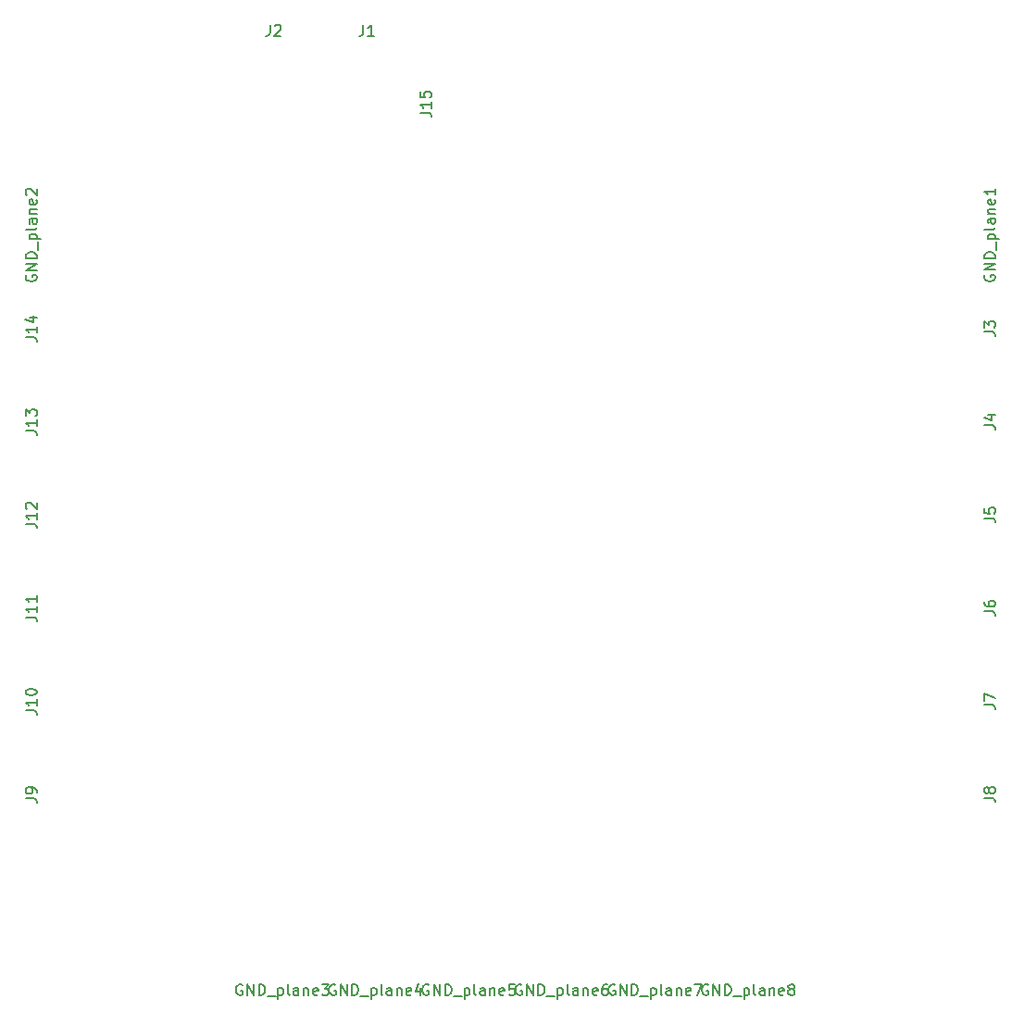
<source format=gbr>
%TF.GenerationSoftware,KiCad,Pcbnew,8.0.4*%
%TF.CreationDate,2025-01-14T19:01:53-06:00*%
%TF.ProjectId,DynaControllersquare,44796e61-436f-46e7-9472-6f6c6c657273,rev?*%
%TF.SameCoordinates,Original*%
%TF.FileFunction,Other,Comment*%
%FSLAX46Y46*%
G04 Gerber Fmt 4.6, Leading zero omitted, Abs format (unit mm)*
G04 Created by KiCad (PCBNEW 8.0.4) date 2025-01-14 19:01:53*
%MOMM*%
%LPD*%
G01*
G04 APERTURE LIST*
%ADD10C,0.150000*%
G04 APERTURE END LIST*
D10*
X53099821Y-80764524D02*
X53814106Y-80764524D01*
X53814106Y-80764524D02*
X53956963Y-80812143D01*
X53956963Y-80812143D02*
X54052202Y-80907381D01*
X54052202Y-80907381D02*
X54099821Y-81050238D01*
X54099821Y-81050238D02*
X54099821Y-81145476D01*
X54099821Y-79764524D02*
X54099821Y-80335952D01*
X54099821Y-80050238D02*
X53099821Y-80050238D01*
X53099821Y-80050238D02*
X53242678Y-80145476D01*
X53242678Y-80145476D02*
X53337916Y-80240714D01*
X53337916Y-80240714D02*
X53385535Y-80335952D01*
X53433154Y-78907381D02*
X54099821Y-78907381D01*
X53052202Y-79145476D02*
X53766487Y-79383571D01*
X53766487Y-79383571D02*
X53766487Y-78764524D01*
X89938332Y-139957438D02*
X89843094Y-139909819D01*
X89843094Y-139909819D02*
X89700237Y-139909819D01*
X89700237Y-139909819D02*
X89557380Y-139957438D01*
X89557380Y-139957438D02*
X89462142Y-140052676D01*
X89462142Y-140052676D02*
X89414523Y-140147914D01*
X89414523Y-140147914D02*
X89366904Y-140338390D01*
X89366904Y-140338390D02*
X89366904Y-140481247D01*
X89366904Y-140481247D02*
X89414523Y-140671723D01*
X89414523Y-140671723D02*
X89462142Y-140766961D01*
X89462142Y-140766961D02*
X89557380Y-140862200D01*
X89557380Y-140862200D02*
X89700237Y-140909819D01*
X89700237Y-140909819D02*
X89795475Y-140909819D01*
X89795475Y-140909819D02*
X89938332Y-140862200D01*
X89938332Y-140862200D02*
X89985951Y-140814580D01*
X89985951Y-140814580D02*
X89985951Y-140481247D01*
X89985951Y-140481247D02*
X89795475Y-140481247D01*
X90414523Y-140909819D02*
X90414523Y-139909819D01*
X90414523Y-139909819D02*
X90985951Y-140909819D01*
X90985951Y-140909819D02*
X90985951Y-139909819D01*
X91462142Y-140909819D02*
X91462142Y-139909819D01*
X91462142Y-139909819D02*
X91700237Y-139909819D01*
X91700237Y-139909819D02*
X91843094Y-139957438D01*
X91843094Y-139957438D02*
X91938332Y-140052676D01*
X91938332Y-140052676D02*
X91985951Y-140147914D01*
X91985951Y-140147914D02*
X92033570Y-140338390D01*
X92033570Y-140338390D02*
X92033570Y-140481247D01*
X92033570Y-140481247D02*
X91985951Y-140671723D01*
X91985951Y-140671723D02*
X91938332Y-140766961D01*
X91938332Y-140766961D02*
X91843094Y-140862200D01*
X91843094Y-140862200D02*
X91700237Y-140909819D01*
X91700237Y-140909819D02*
X91462142Y-140909819D01*
X92224047Y-141005057D02*
X92985951Y-141005057D01*
X93224047Y-140243152D02*
X93224047Y-141243152D01*
X93224047Y-140290771D02*
X93319285Y-140243152D01*
X93319285Y-140243152D02*
X93509761Y-140243152D01*
X93509761Y-140243152D02*
X93604999Y-140290771D01*
X93604999Y-140290771D02*
X93652618Y-140338390D01*
X93652618Y-140338390D02*
X93700237Y-140433628D01*
X93700237Y-140433628D02*
X93700237Y-140719342D01*
X93700237Y-140719342D02*
X93652618Y-140814580D01*
X93652618Y-140814580D02*
X93604999Y-140862200D01*
X93604999Y-140862200D02*
X93509761Y-140909819D01*
X93509761Y-140909819D02*
X93319285Y-140909819D01*
X93319285Y-140909819D02*
X93224047Y-140862200D01*
X94271666Y-140909819D02*
X94176428Y-140862200D01*
X94176428Y-140862200D02*
X94128809Y-140766961D01*
X94128809Y-140766961D02*
X94128809Y-139909819D01*
X95081190Y-140909819D02*
X95081190Y-140386009D01*
X95081190Y-140386009D02*
X95033571Y-140290771D01*
X95033571Y-140290771D02*
X94938333Y-140243152D01*
X94938333Y-140243152D02*
X94747857Y-140243152D01*
X94747857Y-140243152D02*
X94652619Y-140290771D01*
X95081190Y-140862200D02*
X94985952Y-140909819D01*
X94985952Y-140909819D02*
X94747857Y-140909819D01*
X94747857Y-140909819D02*
X94652619Y-140862200D01*
X94652619Y-140862200D02*
X94605000Y-140766961D01*
X94605000Y-140766961D02*
X94605000Y-140671723D01*
X94605000Y-140671723D02*
X94652619Y-140576485D01*
X94652619Y-140576485D02*
X94747857Y-140528866D01*
X94747857Y-140528866D02*
X94985952Y-140528866D01*
X94985952Y-140528866D02*
X95081190Y-140481247D01*
X95557381Y-140243152D02*
X95557381Y-140909819D01*
X95557381Y-140338390D02*
X95605000Y-140290771D01*
X95605000Y-140290771D02*
X95700238Y-140243152D01*
X95700238Y-140243152D02*
X95843095Y-140243152D01*
X95843095Y-140243152D02*
X95938333Y-140290771D01*
X95938333Y-140290771D02*
X95985952Y-140386009D01*
X95985952Y-140386009D02*
X95985952Y-140909819D01*
X96843095Y-140862200D02*
X96747857Y-140909819D01*
X96747857Y-140909819D02*
X96557381Y-140909819D01*
X96557381Y-140909819D02*
X96462143Y-140862200D01*
X96462143Y-140862200D02*
X96414524Y-140766961D01*
X96414524Y-140766961D02*
X96414524Y-140386009D01*
X96414524Y-140386009D02*
X96462143Y-140290771D01*
X96462143Y-140290771D02*
X96557381Y-140243152D01*
X96557381Y-140243152D02*
X96747857Y-140243152D01*
X96747857Y-140243152D02*
X96843095Y-140290771D01*
X96843095Y-140290771D02*
X96890714Y-140386009D01*
X96890714Y-140386009D02*
X96890714Y-140481247D01*
X96890714Y-140481247D02*
X96414524Y-140576485D01*
X97795476Y-139909819D02*
X97319286Y-139909819D01*
X97319286Y-139909819D02*
X97271667Y-140386009D01*
X97271667Y-140386009D02*
X97319286Y-140338390D01*
X97319286Y-140338390D02*
X97414524Y-140290771D01*
X97414524Y-140290771D02*
X97652619Y-140290771D01*
X97652619Y-140290771D02*
X97747857Y-140338390D01*
X97747857Y-140338390D02*
X97795476Y-140386009D01*
X97795476Y-140386009D02*
X97843095Y-140481247D01*
X97843095Y-140481247D02*
X97843095Y-140719342D01*
X97843095Y-140719342D02*
X97795476Y-140814580D01*
X97795476Y-140814580D02*
X97747857Y-140862200D01*
X97747857Y-140862200D02*
X97652619Y-140909819D01*
X97652619Y-140909819D02*
X97414524Y-140909819D01*
X97414524Y-140909819D02*
X97319286Y-140862200D01*
X97319286Y-140862200D02*
X97271667Y-140814580D01*
X140759819Y-97303334D02*
X141474104Y-97303334D01*
X141474104Y-97303334D02*
X141616961Y-97350953D01*
X141616961Y-97350953D02*
X141712200Y-97446191D01*
X141712200Y-97446191D02*
X141759819Y-97589048D01*
X141759819Y-97589048D02*
X141759819Y-97684286D01*
X140759819Y-96350953D02*
X140759819Y-96827143D01*
X140759819Y-96827143D02*
X141236009Y-96874762D01*
X141236009Y-96874762D02*
X141188390Y-96827143D01*
X141188390Y-96827143D02*
X141140771Y-96731905D01*
X141140771Y-96731905D02*
X141140771Y-96493810D01*
X141140771Y-96493810D02*
X141188390Y-96398572D01*
X141188390Y-96398572D02*
X141236009Y-96350953D01*
X141236009Y-96350953D02*
X141331247Y-96303334D01*
X141331247Y-96303334D02*
X141569342Y-96303334D01*
X141569342Y-96303334D02*
X141664580Y-96350953D01*
X141664580Y-96350953D02*
X141712200Y-96398572D01*
X141712200Y-96398572D02*
X141759819Y-96493810D01*
X141759819Y-96493810D02*
X141759819Y-96731905D01*
X141759819Y-96731905D02*
X141712200Y-96827143D01*
X141712200Y-96827143D02*
X141664580Y-96874762D01*
X140759819Y-105828334D02*
X141474104Y-105828334D01*
X141474104Y-105828334D02*
X141616961Y-105875953D01*
X141616961Y-105875953D02*
X141712200Y-105971191D01*
X141712200Y-105971191D02*
X141759819Y-106114048D01*
X141759819Y-106114048D02*
X141759819Y-106209286D01*
X140759819Y-104923572D02*
X140759819Y-105114048D01*
X140759819Y-105114048D02*
X140807438Y-105209286D01*
X140807438Y-105209286D02*
X140855057Y-105256905D01*
X140855057Y-105256905D02*
X140997914Y-105352143D01*
X140997914Y-105352143D02*
X141188390Y-105399762D01*
X141188390Y-105399762D02*
X141569342Y-105399762D01*
X141569342Y-105399762D02*
X141664580Y-105352143D01*
X141664580Y-105352143D02*
X141712200Y-105304524D01*
X141712200Y-105304524D02*
X141759819Y-105209286D01*
X141759819Y-105209286D02*
X141759819Y-105018810D01*
X141759819Y-105018810D02*
X141712200Y-104923572D01*
X141712200Y-104923572D02*
X141664580Y-104875953D01*
X141664580Y-104875953D02*
X141569342Y-104828334D01*
X141569342Y-104828334D02*
X141331247Y-104828334D01*
X141331247Y-104828334D02*
X141236009Y-104875953D01*
X141236009Y-104875953D02*
X141188390Y-104923572D01*
X141188390Y-104923572D02*
X141140771Y-105018810D01*
X141140771Y-105018810D02*
X141140771Y-105209286D01*
X141140771Y-105209286D02*
X141188390Y-105304524D01*
X141188390Y-105304524D02*
X141236009Y-105352143D01*
X141236009Y-105352143D02*
X141331247Y-105399762D01*
X53099819Y-97814523D02*
X53814104Y-97814523D01*
X53814104Y-97814523D02*
X53956961Y-97862142D01*
X53956961Y-97862142D02*
X54052200Y-97957380D01*
X54052200Y-97957380D02*
X54099819Y-98100237D01*
X54099819Y-98100237D02*
X54099819Y-98195475D01*
X54099819Y-96814523D02*
X54099819Y-97385951D01*
X54099819Y-97100237D02*
X53099819Y-97100237D01*
X53099819Y-97100237D02*
X53242676Y-97195475D01*
X53242676Y-97195475D02*
X53337914Y-97290713D01*
X53337914Y-97290713D02*
X53385533Y-97385951D01*
X53195057Y-96433570D02*
X53147438Y-96385951D01*
X53147438Y-96385951D02*
X53099819Y-96290713D01*
X53099819Y-96290713D02*
X53099819Y-96052618D01*
X53099819Y-96052618D02*
X53147438Y-95957380D01*
X53147438Y-95957380D02*
X53195057Y-95909761D01*
X53195057Y-95909761D02*
X53290295Y-95862142D01*
X53290295Y-95862142D02*
X53385533Y-95862142D01*
X53385533Y-95862142D02*
X53528390Y-95909761D01*
X53528390Y-95909761D02*
X54099819Y-96481189D01*
X54099819Y-96481189D02*
X54099819Y-95862142D01*
X53099819Y-89289523D02*
X53814104Y-89289523D01*
X53814104Y-89289523D02*
X53956961Y-89337142D01*
X53956961Y-89337142D02*
X54052200Y-89432380D01*
X54052200Y-89432380D02*
X54099819Y-89575237D01*
X54099819Y-89575237D02*
X54099819Y-89670475D01*
X54099819Y-88289523D02*
X54099819Y-88860951D01*
X54099819Y-88575237D02*
X53099819Y-88575237D01*
X53099819Y-88575237D02*
X53242676Y-88670475D01*
X53242676Y-88670475D02*
X53337914Y-88765713D01*
X53337914Y-88765713D02*
X53385533Y-88860951D01*
X53099819Y-87956189D02*
X53099819Y-87337142D01*
X53099819Y-87337142D02*
X53480771Y-87670475D01*
X53480771Y-87670475D02*
X53480771Y-87527618D01*
X53480771Y-87527618D02*
X53528390Y-87432380D01*
X53528390Y-87432380D02*
X53576009Y-87384761D01*
X53576009Y-87384761D02*
X53671247Y-87337142D01*
X53671247Y-87337142D02*
X53909342Y-87337142D01*
X53909342Y-87337142D02*
X54004580Y-87384761D01*
X54004580Y-87384761D02*
X54052200Y-87432380D01*
X54052200Y-87432380D02*
X54099819Y-87527618D01*
X54099819Y-87527618D02*
X54099819Y-87813332D01*
X54099819Y-87813332D02*
X54052200Y-87908570D01*
X54052200Y-87908570D02*
X54004580Y-87956189D01*
X98453332Y-139957438D02*
X98358094Y-139909819D01*
X98358094Y-139909819D02*
X98215237Y-139909819D01*
X98215237Y-139909819D02*
X98072380Y-139957438D01*
X98072380Y-139957438D02*
X97977142Y-140052676D01*
X97977142Y-140052676D02*
X97929523Y-140147914D01*
X97929523Y-140147914D02*
X97881904Y-140338390D01*
X97881904Y-140338390D02*
X97881904Y-140481247D01*
X97881904Y-140481247D02*
X97929523Y-140671723D01*
X97929523Y-140671723D02*
X97977142Y-140766961D01*
X97977142Y-140766961D02*
X98072380Y-140862200D01*
X98072380Y-140862200D02*
X98215237Y-140909819D01*
X98215237Y-140909819D02*
X98310475Y-140909819D01*
X98310475Y-140909819D02*
X98453332Y-140862200D01*
X98453332Y-140862200D02*
X98500951Y-140814580D01*
X98500951Y-140814580D02*
X98500951Y-140481247D01*
X98500951Y-140481247D02*
X98310475Y-140481247D01*
X98929523Y-140909819D02*
X98929523Y-139909819D01*
X98929523Y-139909819D02*
X99500951Y-140909819D01*
X99500951Y-140909819D02*
X99500951Y-139909819D01*
X99977142Y-140909819D02*
X99977142Y-139909819D01*
X99977142Y-139909819D02*
X100215237Y-139909819D01*
X100215237Y-139909819D02*
X100358094Y-139957438D01*
X100358094Y-139957438D02*
X100453332Y-140052676D01*
X100453332Y-140052676D02*
X100500951Y-140147914D01*
X100500951Y-140147914D02*
X100548570Y-140338390D01*
X100548570Y-140338390D02*
X100548570Y-140481247D01*
X100548570Y-140481247D02*
X100500951Y-140671723D01*
X100500951Y-140671723D02*
X100453332Y-140766961D01*
X100453332Y-140766961D02*
X100358094Y-140862200D01*
X100358094Y-140862200D02*
X100215237Y-140909819D01*
X100215237Y-140909819D02*
X99977142Y-140909819D01*
X100739047Y-141005057D02*
X101500951Y-141005057D01*
X101739047Y-140243152D02*
X101739047Y-141243152D01*
X101739047Y-140290771D02*
X101834285Y-140243152D01*
X101834285Y-140243152D02*
X102024761Y-140243152D01*
X102024761Y-140243152D02*
X102119999Y-140290771D01*
X102119999Y-140290771D02*
X102167618Y-140338390D01*
X102167618Y-140338390D02*
X102215237Y-140433628D01*
X102215237Y-140433628D02*
X102215237Y-140719342D01*
X102215237Y-140719342D02*
X102167618Y-140814580D01*
X102167618Y-140814580D02*
X102119999Y-140862200D01*
X102119999Y-140862200D02*
X102024761Y-140909819D01*
X102024761Y-140909819D02*
X101834285Y-140909819D01*
X101834285Y-140909819D02*
X101739047Y-140862200D01*
X102786666Y-140909819D02*
X102691428Y-140862200D01*
X102691428Y-140862200D02*
X102643809Y-140766961D01*
X102643809Y-140766961D02*
X102643809Y-139909819D01*
X103596190Y-140909819D02*
X103596190Y-140386009D01*
X103596190Y-140386009D02*
X103548571Y-140290771D01*
X103548571Y-140290771D02*
X103453333Y-140243152D01*
X103453333Y-140243152D02*
X103262857Y-140243152D01*
X103262857Y-140243152D02*
X103167619Y-140290771D01*
X103596190Y-140862200D02*
X103500952Y-140909819D01*
X103500952Y-140909819D02*
X103262857Y-140909819D01*
X103262857Y-140909819D02*
X103167619Y-140862200D01*
X103167619Y-140862200D02*
X103120000Y-140766961D01*
X103120000Y-140766961D02*
X103120000Y-140671723D01*
X103120000Y-140671723D02*
X103167619Y-140576485D01*
X103167619Y-140576485D02*
X103262857Y-140528866D01*
X103262857Y-140528866D02*
X103500952Y-140528866D01*
X103500952Y-140528866D02*
X103596190Y-140481247D01*
X104072381Y-140243152D02*
X104072381Y-140909819D01*
X104072381Y-140338390D02*
X104120000Y-140290771D01*
X104120000Y-140290771D02*
X104215238Y-140243152D01*
X104215238Y-140243152D02*
X104358095Y-140243152D01*
X104358095Y-140243152D02*
X104453333Y-140290771D01*
X104453333Y-140290771D02*
X104500952Y-140386009D01*
X104500952Y-140386009D02*
X104500952Y-140909819D01*
X105358095Y-140862200D02*
X105262857Y-140909819D01*
X105262857Y-140909819D02*
X105072381Y-140909819D01*
X105072381Y-140909819D02*
X104977143Y-140862200D01*
X104977143Y-140862200D02*
X104929524Y-140766961D01*
X104929524Y-140766961D02*
X104929524Y-140386009D01*
X104929524Y-140386009D02*
X104977143Y-140290771D01*
X104977143Y-140290771D02*
X105072381Y-140243152D01*
X105072381Y-140243152D02*
X105262857Y-140243152D01*
X105262857Y-140243152D02*
X105358095Y-140290771D01*
X105358095Y-140290771D02*
X105405714Y-140386009D01*
X105405714Y-140386009D02*
X105405714Y-140481247D01*
X105405714Y-140481247D02*
X104929524Y-140576485D01*
X106262857Y-139909819D02*
X106072381Y-139909819D01*
X106072381Y-139909819D02*
X105977143Y-139957438D01*
X105977143Y-139957438D02*
X105929524Y-140005057D01*
X105929524Y-140005057D02*
X105834286Y-140147914D01*
X105834286Y-140147914D02*
X105786667Y-140338390D01*
X105786667Y-140338390D02*
X105786667Y-140719342D01*
X105786667Y-140719342D02*
X105834286Y-140814580D01*
X105834286Y-140814580D02*
X105881905Y-140862200D01*
X105881905Y-140862200D02*
X105977143Y-140909819D01*
X105977143Y-140909819D02*
X106167619Y-140909819D01*
X106167619Y-140909819D02*
X106262857Y-140862200D01*
X106262857Y-140862200D02*
X106310476Y-140814580D01*
X106310476Y-140814580D02*
X106358095Y-140719342D01*
X106358095Y-140719342D02*
X106358095Y-140481247D01*
X106358095Y-140481247D02*
X106310476Y-140386009D01*
X106310476Y-140386009D02*
X106262857Y-140338390D01*
X106262857Y-140338390D02*
X106167619Y-140290771D01*
X106167619Y-140290771D02*
X105977143Y-140290771D01*
X105977143Y-140290771D02*
X105881905Y-140338390D01*
X105881905Y-140338390D02*
X105834286Y-140386009D01*
X105834286Y-140386009D02*
X105786667Y-140481247D01*
X53147441Y-75071669D02*
X53099822Y-75166907D01*
X53099822Y-75166907D02*
X53099822Y-75309764D01*
X53099822Y-75309764D02*
X53147441Y-75452621D01*
X53147441Y-75452621D02*
X53242679Y-75547859D01*
X53242679Y-75547859D02*
X53337917Y-75595478D01*
X53337917Y-75595478D02*
X53528393Y-75643097D01*
X53528393Y-75643097D02*
X53671250Y-75643097D01*
X53671250Y-75643097D02*
X53861726Y-75595478D01*
X53861726Y-75595478D02*
X53956964Y-75547859D01*
X53956964Y-75547859D02*
X54052203Y-75452621D01*
X54052203Y-75452621D02*
X54099822Y-75309764D01*
X54099822Y-75309764D02*
X54099822Y-75214526D01*
X54099822Y-75214526D02*
X54052203Y-75071669D01*
X54052203Y-75071669D02*
X54004583Y-75024050D01*
X54004583Y-75024050D02*
X53671250Y-75024050D01*
X53671250Y-75024050D02*
X53671250Y-75214526D01*
X54099822Y-74595478D02*
X53099822Y-74595478D01*
X53099822Y-74595478D02*
X54099822Y-74024050D01*
X54099822Y-74024050D02*
X53099822Y-74024050D01*
X54099822Y-73547859D02*
X53099822Y-73547859D01*
X53099822Y-73547859D02*
X53099822Y-73309764D01*
X53099822Y-73309764D02*
X53147441Y-73166907D01*
X53147441Y-73166907D02*
X53242679Y-73071669D01*
X53242679Y-73071669D02*
X53337917Y-73024050D01*
X53337917Y-73024050D02*
X53528393Y-72976431D01*
X53528393Y-72976431D02*
X53671250Y-72976431D01*
X53671250Y-72976431D02*
X53861726Y-73024050D01*
X53861726Y-73024050D02*
X53956964Y-73071669D01*
X53956964Y-73071669D02*
X54052203Y-73166907D01*
X54052203Y-73166907D02*
X54099822Y-73309764D01*
X54099822Y-73309764D02*
X54099822Y-73547859D01*
X54195060Y-72785955D02*
X54195060Y-72024050D01*
X53433155Y-71785954D02*
X54433155Y-71785954D01*
X53480774Y-71785954D02*
X53433155Y-71690716D01*
X53433155Y-71690716D02*
X53433155Y-71500240D01*
X53433155Y-71500240D02*
X53480774Y-71405002D01*
X53480774Y-71405002D02*
X53528393Y-71357383D01*
X53528393Y-71357383D02*
X53623631Y-71309764D01*
X53623631Y-71309764D02*
X53909345Y-71309764D01*
X53909345Y-71309764D02*
X54004583Y-71357383D01*
X54004583Y-71357383D02*
X54052203Y-71405002D01*
X54052203Y-71405002D02*
X54099822Y-71500240D01*
X54099822Y-71500240D02*
X54099822Y-71690716D01*
X54099822Y-71690716D02*
X54052203Y-71785954D01*
X54099822Y-70738335D02*
X54052203Y-70833573D01*
X54052203Y-70833573D02*
X53956964Y-70881192D01*
X53956964Y-70881192D02*
X53099822Y-70881192D01*
X54099822Y-69928811D02*
X53576012Y-69928811D01*
X53576012Y-69928811D02*
X53480774Y-69976430D01*
X53480774Y-69976430D02*
X53433155Y-70071668D01*
X53433155Y-70071668D02*
X53433155Y-70262144D01*
X53433155Y-70262144D02*
X53480774Y-70357382D01*
X54052203Y-69928811D02*
X54099822Y-70024049D01*
X54099822Y-70024049D02*
X54099822Y-70262144D01*
X54099822Y-70262144D02*
X54052203Y-70357382D01*
X54052203Y-70357382D02*
X53956964Y-70405001D01*
X53956964Y-70405001D02*
X53861726Y-70405001D01*
X53861726Y-70405001D02*
X53766488Y-70357382D01*
X53766488Y-70357382D02*
X53718869Y-70262144D01*
X53718869Y-70262144D02*
X53718869Y-70024049D01*
X53718869Y-70024049D02*
X53671250Y-69928811D01*
X53433155Y-69452620D02*
X54099822Y-69452620D01*
X53528393Y-69452620D02*
X53480774Y-69405001D01*
X53480774Y-69405001D02*
X53433155Y-69309763D01*
X53433155Y-69309763D02*
X53433155Y-69166906D01*
X53433155Y-69166906D02*
X53480774Y-69071668D01*
X53480774Y-69071668D02*
X53576012Y-69024049D01*
X53576012Y-69024049D02*
X54099822Y-69024049D01*
X54052203Y-68166906D02*
X54099822Y-68262144D01*
X54099822Y-68262144D02*
X54099822Y-68452620D01*
X54099822Y-68452620D02*
X54052203Y-68547858D01*
X54052203Y-68547858D02*
X53956964Y-68595477D01*
X53956964Y-68595477D02*
X53576012Y-68595477D01*
X53576012Y-68595477D02*
X53480774Y-68547858D01*
X53480774Y-68547858D02*
X53433155Y-68452620D01*
X53433155Y-68452620D02*
X53433155Y-68262144D01*
X53433155Y-68262144D02*
X53480774Y-68166906D01*
X53480774Y-68166906D02*
X53576012Y-68119287D01*
X53576012Y-68119287D02*
X53671250Y-68119287D01*
X53671250Y-68119287D02*
X53766488Y-68595477D01*
X53195060Y-67738334D02*
X53147441Y-67690715D01*
X53147441Y-67690715D02*
X53099822Y-67595477D01*
X53099822Y-67595477D02*
X53099822Y-67357382D01*
X53099822Y-67357382D02*
X53147441Y-67262144D01*
X53147441Y-67262144D02*
X53195060Y-67214525D01*
X53195060Y-67214525D02*
X53290298Y-67166906D01*
X53290298Y-67166906D02*
X53385536Y-67166906D01*
X53385536Y-67166906D02*
X53528393Y-67214525D01*
X53528393Y-67214525D02*
X54099822Y-67785953D01*
X54099822Y-67785953D02*
X54099822Y-67166906D01*
X53099819Y-106339523D02*
X53814104Y-106339523D01*
X53814104Y-106339523D02*
X53956961Y-106387142D01*
X53956961Y-106387142D02*
X54052200Y-106482380D01*
X54052200Y-106482380D02*
X54099819Y-106625237D01*
X54099819Y-106625237D02*
X54099819Y-106720475D01*
X54099819Y-105339523D02*
X54099819Y-105910951D01*
X54099819Y-105625237D02*
X53099819Y-105625237D01*
X53099819Y-105625237D02*
X53242676Y-105720475D01*
X53242676Y-105720475D02*
X53337914Y-105815713D01*
X53337914Y-105815713D02*
X53385533Y-105910951D01*
X54099819Y-104387142D02*
X54099819Y-104958570D01*
X54099819Y-104672856D02*
X53099819Y-104672856D01*
X53099819Y-104672856D02*
X53242676Y-104768094D01*
X53242676Y-104768094D02*
X53337914Y-104863332D01*
X53337914Y-104863332D02*
X53385533Y-104958570D01*
X72888332Y-139957438D02*
X72793094Y-139909819D01*
X72793094Y-139909819D02*
X72650237Y-139909819D01*
X72650237Y-139909819D02*
X72507380Y-139957438D01*
X72507380Y-139957438D02*
X72412142Y-140052676D01*
X72412142Y-140052676D02*
X72364523Y-140147914D01*
X72364523Y-140147914D02*
X72316904Y-140338390D01*
X72316904Y-140338390D02*
X72316904Y-140481247D01*
X72316904Y-140481247D02*
X72364523Y-140671723D01*
X72364523Y-140671723D02*
X72412142Y-140766961D01*
X72412142Y-140766961D02*
X72507380Y-140862200D01*
X72507380Y-140862200D02*
X72650237Y-140909819D01*
X72650237Y-140909819D02*
X72745475Y-140909819D01*
X72745475Y-140909819D02*
X72888332Y-140862200D01*
X72888332Y-140862200D02*
X72935951Y-140814580D01*
X72935951Y-140814580D02*
X72935951Y-140481247D01*
X72935951Y-140481247D02*
X72745475Y-140481247D01*
X73364523Y-140909819D02*
X73364523Y-139909819D01*
X73364523Y-139909819D02*
X73935951Y-140909819D01*
X73935951Y-140909819D02*
X73935951Y-139909819D01*
X74412142Y-140909819D02*
X74412142Y-139909819D01*
X74412142Y-139909819D02*
X74650237Y-139909819D01*
X74650237Y-139909819D02*
X74793094Y-139957438D01*
X74793094Y-139957438D02*
X74888332Y-140052676D01*
X74888332Y-140052676D02*
X74935951Y-140147914D01*
X74935951Y-140147914D02*
X74983570Y-140338390D01*
X74983570Y-140338390D02*
X74983570Y-140481247D01*
X74983570Y-140481247D02*
X74935951Y-140671723D01*
X74935951Y-140671723D02*
X74888332Y-140766961D01*
X74888332Y-140766961D02*
X74793094Y-140862200D01*
X74793094Y-140862200D02*
X74650237Y-140909819D01*
X74650237Y-140909819D02*
X74412142Y-140909819D01*
X75174047Y-141005057D02*
X75935951Y-141005057D01*
X76174047Y-140243152D02*
X76174047Y-141243152D01*
X76174047Y-140290771D02*
X76269285Y-140243152D01*
X76269285Y-140243152D02*
X76459761Y-140243152D01*
X76459761Y-140243152D02*
X76554999Y-140290771D01*
X76554999Y-140290771D02*
X76602618Y-140338390D01*
X76602618Y-140338390D02*
X76650237Y-140433628D01*
X76650237Y-140433628D02*
X76650237Y-140719342D01*
X76650237Y-140719342D02*
X76602618Y-140814580D01*
X76602618Y-140814580D02*
X76554999Y-140862200D01*
X76554999Y-140862200D02*
X76459761Y-140909819D01*
X76459761Y-140909819D02*
X76269285Y-140909819D01*
X76269285Y-140909819D02*
X76174047Y-140862200D01*
X77221666Y-140909819D02*
X77126428Y-140862200D01*
X77126428Y-140862200D02*
X77078809Y-140766961D01*
X77078809Y-140766961D02*
X77078809Y-139909819D01*
X78031190Y-140909819D02*
X78031190Y-140386009D01*
X78031190Y-140386009D02*
X77983571Y-140290771D01*
X77983571Y-140290771D02*
X77888333Y-140243152D01*
X77888333Y-140243152D02*
X77697857Y-140243152D01*
X77697857Y-140243152D02*
X77602619Y-140290771D01*
X78031190Y-140862200D02*
X77935952Y-140909819D01*
X77935952Y-140909819D02*
X77697857Y-140909819D01*
X77697857Y-140909819D02*
X77602619Y-140862200D01*
X77602619Y-140862200D02*
X77555000Y-140766961D01*
X77555000Y-140766961D02*
X77555000Y-140671723D01*
X77555000Y-140671723D02*
X77602619Y-140576485D01*
X77602619Y-140576485D02*
X77697857Y-140528866D01*
X77697857Y-140528866D02*
X77935952Y-140528866D01*
X77935952Y-140528866D02*
X78031190Y-140481247D01*
X78507381Y-140243152D02*
X78507381Y-140909819D01*
X78507381Y-140338390D02*
X78555000Y-140290771D01*
X78555000Y-140290771D02*
X78650238Y-140243152D01*
X78650238Y-140243152D02*
X78793095Y-140243152D01*
X78793095Y-140243152D02*
X78888333Y-140290771D01*
X78888333Y-140290771D02*
X78935952Y-140386009D01*
X78935952Y-140386009D02*
X78935952Y-140909819D01*
X79793095Y-140862200D02*
X79697857Y-140909819D01*
X79697857Y-140909819D02*
X79507381Y-140909819D01*
X79507381Y-140909819D02*
X79412143Y-140862200D01*
X79412143Y-140862200D02*
X79364524Y-140766961D01*
X79364524Y-140766961D02*
X79364524Y-140386009D01*
X79364524Y-140386009D02*
X79412143Y-140290771D01*
X79412143Y-140290771D02*
X79507381Y-140243152D01*
X79507381Y-140243152D02*
X79697857Y-140243152D01*
X79697857Y-140243152D02*
X79793095Y-140290771D01*
X79793095Y-140290771D02*
X79840714Y-140386009D01*
X79840714Y-140386009D02*
X79840714Y-140481247D01*
X79840714Y-140481247D02*
X79364524Y-140576485D01*
X80174048Y-139909819D02*
X80793095Y-139909819D01*
X80793095Y-139909819D02*
X80459762Y-140290771D01*
X80459762Y-140290771D02*
X80602619Y-140290771D01*
X80602619Y-140290771D02*
X80697857Y-140338390D01*
X80697857Y-140338390D02*
X80745476Y-140386009D01*
X80745476Y-140386009D02*
X80793095Y-140481247D01*
X80793095Y-140481247D02*
X80793095Y-140719342D01*
X80793095Y-140719342D02*
X80745476Y-140814580D01*
X80745476Y-140814580D02*
X80697857Y-140862200D01*
X80697857Y-140862200D02*
X80602619Y-140909819D01*
X80602619Y-140909819D02*
X80316905Y-140909819D01*
X80316905Y-140909819D02*
X80221667Y-140862200D01*
X80221667Y-140862200D02*
X80174048Y-140814580D01*
X75436666Y-52174820D02*
X75436666Y-52889105D01*
X75436666Y-52889105D02*
X75389047Y-53031962D01*
X75389047Y-53031962D02*
X75293809Y-53127201D01*
X75293809Y-53127201D02*
X75150952Y-53174820D01*
X75150952Y-53174820D02*
X75055714Y-53174820D01*
X75865238Y-52270058D02*
X75912857Y-52222439D01*
X75912857Y-52222439D02*
X76008095Y-52174820D01*
X76008095Y-52174820D02*
X76246190Y-52174820D01*
X76246190Y-52174820D02*
X76341428Y-52222439D01*
X76341428Y-52222439D02*
X76389047Y-52270058D01*
X76389047Y-52270058D02*
X76436666Y-52365296D01*
X76436666Y-52365296D02*
X76436666Y-52460534D01*
X76436666Y-52460534D02*
X76389047Y-52603391D01*
X76389047Y-52603391D02*
X75817619Y-53174820D01*
X75817619Y-53174820D02*
X76436666Y-53174820D01*
X83961666Y-52174820D02*
X83961666Y-52889105D01*
X83961666Y-52889105D02*
X83914047Y-53031962D01*
X83914047Y-53031962D02*
X83818809Y-53127201D01*
X83818809Y-53127201D02*
X83675952Y-53174820D01*
X83675952Y-53174820D02*
X83580714Y-53174820D01*
X84961666Y-53174820D02*
X84390238Y-53174820D01*
X84675952Y-53174820D02*
X84675952Y-52174820D01*
X84675952Y-52174820D02*
X84580714Y-52317677D01*
X84580714Y-52317677D02*
X84485476Y-52412915D01*
X84485476Y-52412915D02*
X84390238Y-52460534D01*
X115503332Y-139957438D02*
X115408094Y-139909819D01*
X115408094Y-139909819D02*
X115265237Y-139909819D01*
X115265237Y-139909819D02*
X115122380Y-139957438D01*
X115122380Y-139957438D02*
X115027142Y-140052676D01*
X115027142Y-140052676D02*
X114979523Y-140147914D01*
X114979523Y-140147914D02*
X114931904Y-140338390D01*
X114931904Y-140338390D02*
X114931904Y-140481247D01*
X114931904Y-140481247D02*
X114979523Y-140671723D01*
X114979523Y-140671723D02*
X115027142Y-140766961D01*
X115027142Y-140766961D02*
X115122380Y-140862200D01*
X115122380Y-140862200D02*
X115265237Y-140909819D01*
X115265237Y-140909819D02*
X115360475Y-140909819D01*
X115360475Y-140909819D02*
X115503332Y-140862200D01*
X115503332Y-140862200D02*
X115550951Y-140814580D01*
X115550951Y-140814580D02*
X115550951Y-140481247D01*
X115550951Y-140481247D02*
X115360475Y-140481247D01*
X115979523Y-140909819D02*
X115979523Y-139909819D01*
X115979523Y-139909819D02*
X116550951Y-140909819D01*
X116550951Y-140909819D02*
X116550951Y-139909819D01*
X117027142Y-140909819D02*
X117027142Y-139909819D01*
X117027142Y-139909819D02*
X117265237Y-139909819D01*
X117265237Y-139909819D02*
X117408094Y-139957438D01*
X117408094Y-139957438D02*
X117503332Y-140052676D01*
X117503332Y-140052676D02*
X117550951Y-140147914D01*
X117550951Y-140147914D02*
X117598570Y-140338390D01*
X117598570Y-140338390D02*
X117598570Y-140481247D01*
X117598570Y-140481247D02*
X117550951Y-140671723D01*
X117550951Y-140671723D02*
X117503332Y-140766961D01*
X117503332Y-140766961D02*
X117408094Y-140862200D01*
X117408094Y-140862200D02*
X117265237Y-140909819D01*
X117265237Y-140909819D02*
X117027142Y-140909819D01*
X117789047Y-141005057D02*
X118550951Y-141005057D01*
X118789047Y-140243152D02*
X118789047Y-141243152D01*
X118789047Y-140290771D02*
X118884285Y-140243152D01*
X118884285Y-140243152D02*
X119074761Y-140243152D01*
X119074761Y-140243152D02*
X119169999Y-140290771D01*
X119169999Y-140290771D02*
X119217618Y-140338390D01*
X119217618Y-140338390D02*
X119265237Y-140433628D01*
X119265237Y-140433628D02*
X119265237Y-140719342D01*
X119265237Y-140719342D02*
X119217618Y-140814580D01*
X119217618Y-140814580D02*
X119169999Y-140862200D01*
X119169999Y-140862200D02*
X119074761Y-140909819D01*
X119074761Y-140909819D02*
X118884285Y-140909819D01*
X118884285Y-140909819D02*
X118789047Y-140862200D01*
X119836666Y-140909819D02*
X119741428Y-140862200D01*
X119741428Y-140862200D02*
X119693809Y-140766961D01*
X119693809Y-140766961D02*
X119693809Y-139909819D01*
X120646190Y-140909819D02*
X120646190Y-140386009D01*
X120646190Y-140386009D02*
X120598571Y-140290771D01*
X120598571Y-140290771D02*
X120503333Y-140243152D01*
X120503333Y-140243152D02*
X120312857Y-140243152D01*
X120312857Y-140243152D02*
X120217619Y-140290771D01*
X120646190Y-140862200D02*
X120550952Y-140909819D01*
X120550952Y-140909819D02*
X120312857Y-140909819D01*
X120312857Y-140909819D02*
X120217619Y-140862200D01*
X120217619Y-140862200D02*
X120170000Y-140766961D01*
X120170000Y-140766961D02*
X120170000Y-140671723D01*
X120170000Y-140671723D02*
X120217619Y-140576485D01*
X120217619Y-140576485D02*
X120312857Y-140528866D01*
X120312857Y-140528866D02*
X120550952Y-140528866D01*
X120550952Y-140528866D02*
X120646190Y-140481247D01*
X121122381Y-140243152D02*
X121122381Y-140909819D01*
X121122381Y-140338390D02*
X121170000Y-140290771D01*
X121170000Y-140290771D02*
X121265238Y-140243152D01*
X121265238Y-140243152D02*
X121408095Y-140243152D01*
X121408095Y-140243152D02*
X121503333Y-140290771D01*
X121503333Y-140290771D02*
X121550952Y-140386009D01*
X121550952Y-140386009D02*
X121550952Y-140909819D01*
X122408095Y-140862200D02*
X122312857Y-140909819D01*
X122312857Y-140909819D02*
X122122381Y-140909819D01*
X122122381Y-140909819D02*
X122027143Y-140862200D01*
X122027143Y-140862200D02*
X121979524Y-140766961D01*
X121979524Y-140766961D02*
X121979524Y-140386009D01*
X121979524Y-140386009D02*
X122027143Y-140290771D01*
X122027143Y-140290771D02*
X122122381Y-140243152D01*
X122122381Y-140243152D02*
X122312857Y-140243152D01*
X122312857Y-140243152D02*
X122408095Y-140290771D01*
X122408095Y-140290771D02*
X122455714Y-140386009D01*
X122455714Y-140386009D02*
X122455714Y-140481247D01*
X122455714Y-140481247D02*
X121979524Y-140576485D01*
X123027143Y-140338390D02*
X122931905Y-140290771D01*
X122931905Y-140290771D02*
X122884286Y-140243152D01*
X122884286Y-140243152D02*
X122836667Y-140147914D01*
X122836667Y-140147914D02*
X122836667Y-140100295D01*
X122836667Y-140100295D02*
X122884286Y-140005057D01*
X122884286Y-140005057D02*
X122931905Y-139957438D01*
X122931905Y-139957438D02*
X123027143Y-139909819D01*
X123027143Y-139909819D02*
X123217619Y-139909819D01*
X123217619Y-139909819D02*
X123312857Y-139957438D01*
X123312857Y-139957438D02*
X123360476Y-140005057D01*
X123360476Y-140005057D02*
X123408095Y-140100295D01*
X123408095Y-140100295D02*
X123408095Y-140147914D01*
X123408095Y-140147914D02*
X123360476Y-140243152D01*
X123360476Y-140243152D02*
X123312857Y-140290771D01*
X123312857Y-140290771D02*
X123217619Y-140338390D01*
X123217619Y-140338390D02*
X123027143Y-140338390D01*
X123027143Y-140338390D02*
X122931905Y-140386009D01*
X122931905Y-140386009D02*
X122884286Y-140433628D01*
X122884286Y-140433628D02*
X122836667Y-140528866D01*
X122836667Y-140528866D02*
X122836667Y-140719342D01*
X122836667Y-140719342D02*
X122884286Y-140814580D01*
X122884286Y-140814580D02*
X122931905Y-140862200D01*
X122931905Y-140862200D02*
X123027143Y-140909819D01*
X123027143Y-140909819D02*
X123217619Y-140909819D01*
X123217619Y-140909819D02*
X123312857Y-140862200D01*
X123312857Y-140862200D02*
X123360476Y-140814580D01*
X123360476Y-140814580D02*
X123408095Y-140719342D01*
X123408095Y-140719342D02*
X123408095Y-140528866D01*
X123408095Y-140528866D02*
X123360476Y-140433628D01*
X123360476Y-140433628D02*
X123312857Y-140386009D01*
X123312857Y-140386009D02*
X123217619Y-140338390D01*
X140759819Y-122878334D02*
X141474104Y-122878334D01*
X141474104Y-122878334D02*
X141616961Y-122925953D01*
X141616961Y-122925953D02*
X141712200Y-123021191D01*
X141712200Y-123021191D02*
X141759819Y-123164048D01*
X141759819Y-123164048D02*
X141759819Y-123259286D01*
X141188390Y-122259286D02*
X141140771Y-122354524D01*
X141140771Y-122354524D02*
X141093152Y-122402143D01*
X141093152Y-122402143D02*
X140997914Y-122449762D01*
X140997914Y-122449762D02*
X140950295Y-122449762D01*
X140950295Y-122449762D02*
X140855057Y-122402143D01*
X140855057Y-122402143D02*
X140807438Y-122354524D01*
X140807438Y-122354524D02*
X140759819Y-122259286D01*
X140759819Y-122259286D02*
X140759819Y-122068810D01*
X140759819Y-122068810D02*
X140807438Y-121973572D01*
X140807438Y-121973572D02*
X140855057Y-121925953D01*
X140855057Y-121925953D02*
X140950295Y-121878334D01*
X140950295Y-121878334D02*
X140997914Y-121878334D01*
X140997914Y-121878334D02*
X141093152Y-121925953D01*
X141093152Y-121925953D02*
X141140771Y-121973572D01*
X141140771Y-121973572D02*
X141188390Y-122068810D01*
X141188390Y-122068810D02*
X141188390Y-122259286D01*
X141188390Y-122259286D02*
X141236009Y-122354524D01*
X141236009Y-122354524D02*
X141283628Y-122402143D01*
X141283628Y-122402143D02*
X141378866Y-122449762D01*
X141378866Y-122449762D02*
X141569342Y-122449762D01*
X141569342Y-122449762D02*
X141664580Y-122402143D01*
X141664580Y-122402143D02*
X141712200Y-122354524D01*
X141712200Y-122354524D02*
X141759819Y-122259286D01*
X141759819Y-122259286D02*
X141759819Y-122068810D01*
X141759819Y-122068810D02*
X141712200Y-121973572D01*
X141712200Y-121973572D02*
X141664580Y-121925953D01*
X141664580Y-121925953D02*
X141569342Y-121878334D01*
X141569342Y-121878334D02*
X141378866Y-121878334D01*
X141378866Y-121878334D02*
X141283628Y-121925953D01*
X141283628Y-121925953D02*
X141236009Y-121973572D01*
X141236009Y-121973572D02*
X141188390Y-122068810D01*
X140759819Y-88778334D02*
X141474104Y-88778334D01*
X141474104Y-88778334D02*
X141616961Y-88825953D01*
X141616961Y-88825953D02*
X141712200Y-88921191D01*
X141712200Y-88921191D02*
X141759819Y-89064048D01*
X141759819Y-89064048D02*
X141759819Y-89159286D01*
X141093152Y-87873572D02*
X141759819Y-87873572D01*
X140712200Y-88111667D02*
X141426485Y-88349762D01*
X141426485Y-88349762D02*
X141426485Y-87730715D01*
X140759819Y-114353334D02*
X141474104Y-114353334D01*
X141474104Y-114353334D02*
X141616961Y-114400953D01*
X141616961Y-114400953D02*
X141712200Y-114496191D01*
X141712200Y-114496191D02*
X141759819Y-114639048D01*
X141759819Y-114639048D02*
X141759819Y-114734286D01*
X140759819Y-113972381D02*
X140759819Y-113305715D01*
X140759819Y-113305715D02*
X141759819Y-113734286D01*
X140759819Y-80253335D02*
X141474104Y-80253335D01*
X141474104Y-80253335D02*
X141616961Y-80300954D01*
X141616961Y-80300954D02*
X141712200Y-80396192D01*
X141712200Y-80396192D02*
X141759819Y-80539049D01*
X141759819Y-80539049D02*
X141759819Y-80634287D01*
X140759819Y-79872382D02*
X140759819Y-79253335D01*
X140759819Y-79253335D02*
X141140771Y-79586668D01*
X141140771Y-79586668D02*
X141140771Y-79443811D01*
X141140771Y-79443811D02*
X141188390Y-79348573D01*
X141188390Y-79348573D02*
X141236009Y-79300954D01*
X141236009Y-79300954D02*
X141331247Y-79253335D01*
X141331247Y-79253335D02*
X141569342Y-79253335D01*
X141569342Y-79253335D02*
X141664580Y-79300954D01*
X141664580Y-79300954D02*
X141712200Y-79348573D01*
X141712200Y-79348573D02*
X141759819Y-79443811D01*
X141759819Y-79443811D02*
X141759819Y-79729525D01*
X141759819Y-79729525D02*
X141712200Y-79824763D01*
X141712200Y-79824763D02*
X141664580Y-79872382D01*
X53099819Y-114864523D02*
X53814104Y-114864523D01*
X53814104Y-114864523D02*
X53956961Y-114912142D01*
X53956961Y-114912142D02*
X54052200Y-115007380D01*
X54052200Y-115007380D02*
X54099819Y-115150237D01*
X54099819Y-115150237D02*
X54099819Y-115245475D01*
X54099819Y-113864523D02*
X54099819Y-114435951D01*
X54099819Y-114150237D02*
X53099819Y-114150237D01*
X53099819Y-114150237D02*
X53242676Y-114245475D01*
X53242676Y-114245475D02*
X53337914Y-114340713D01*
X53337914Y-114340713D02*
X53385533Y-114435951D01*
X53099819Y-113245475D02*
X53099819Y-113150237D01*
X53099819Y-113150237D02*
X53147438Y-113054999D01*
X53147438Y-113054999D02*
X53195057Y-113007380D01*
X53195057Y-113007380D02*
X53290295Y-112959761D01*
X53290295Y-112959761D02*
X53480771Y-112912142D01*
X53480771Y-112912142D02*
X53718866Y-112912142D01*
X53718866Y-112912142D02*
X53909342Y-112959761D01*
X53909342Y-112959761D02*
X54004580Y-113007380D01*
X54004580Y-113007380D02*
X54052200Y-113054999D01*
X54052200Y-113054999D02*
X54099819Y-113150237D01*
X54099819Y-113150237D02*
X54099819Y-113245475D01*
X54099819Y-113245475D02*
X54052200Y-113340713D01*
X54052200Y-113340713D02*
X54004580Y-113388332D01*
X54004580Y-113388332D02*
X53909342Y-113435951D01*
X53909342Y-113435951D02*
X53718866Y-113483570D01*
X53718866Y-113483570D02*
X53480771Y-113483570D01*
X53480771Y-113483570D02*
X53290295Y-113435951D01*
X53290295Y-113435951D02*
X53195057Y-113388332D01*
X53195057Y-113388332D02*
X53147438Y-113340713D01*
X53147438Y-113340713D02*
X53099819Y-113245475D01*
X81413332Y-139957438D02*
X81318094Y-139909819D01*
X81318094Y-139909819D02*
X81175237Y-139909819D01*
X81175237Y-139909819D02*
X81032380Y-139957438D01*
X81032380Y-139957438D02*
X80937142Y-140052676D01*
X80937142Y-140052676D02*
X80889523Y-140147914D01*
X80889523Y-140147914D02*
X80841904Y-140338390D01*
X80841904Y-140338390D02*
X80841904Y-140481247D01*
X80841904Y-140481247D02*
X80889523Y-140671723D01*
X80889523Y-140671723D02*
X80937142Y-140766961D01*
X80937142Y-140766961D02*
X81032380Y-140862200D01*
X81032380Y-140862200D02*
X81175237Y-140909819D01*
X81175237Y-140909819D02*
X81270475Y-140909819D01*
X81270475Y-140909819D02*
X81413332Y-140862200D01*
X81413332Y-140862200D02*
X81460951Y-140814580D01*
X81460951Y-140814580D02*
X81460951Y-140481247D01*
X81460951Y-140481247D02*
X81270475Y-140481247D01*
X81889523Y-140909819D02*
X81889523Y-139909819D01*
X81889523Y-139909819D02*
X82460951Y-140909819D01*
X82460951Y-140909819D02*
X82460951Y-139909819D01*
X82937142Y-140909819D02*
X82937142Y-139909819D01*
X82937142Y-139909819D02*
X83175237Y-139909819D01*
X83175237Y-139909819D02*
X83318094Y-139957438D01*
X83318094Y-139957438D02*
X83413332Y-140052676D01*
X83413332Y-140052676D02*
X83460951Y-140147914D01*
X83460951Y-140147914D02*
X83508570Y-140338390D01*
X83508570Y-140338390D02*
X83508570Y-140481247D01*
X83508570Y-140481247D02*
X83460951Y-140671723D01*
X83460951Y-140671723D02*
X83413332Y-140766961D01*
X83413332Y-140766961D02*
X83318094Y-140862200D01*
X83318094Y-140862200D02*
X83175237Y-140909819D01*
X83175237Y-140909819D02*
X82937142Y-140909819D01*
X83699047Y-141005057D02*
X84460951Y-141005057D01*
X84699047Y-140243152D02*
X84699047Y-141243152D01*
X84699047Y-140290771D02*
X84794285Y-140243152D01*
X84794285Y-140243152D02*
X84984761Y-140243152D01*
X84984761Y-140243152D02*
X85079999Y-140290771D01*
X85079999Y-140290771D02*
X85127618Y-140338390D01*
X85127618Y-140338390D02*
X85175237Y-140433628D01*
X85175237Y-140433628D02*
X85175237Y-140719342D01*
X85175237Y-140719342D02*
X85127618Y-140814580D01*
X85127618Y-140814580D02*
X85079999Y-140862200D01*
X85079999Y-140862200D02*
X84984761Y-140909819D01*
X84984761Y-140909819D02*
X84794285Y-140909819D01*
X84794285Y-140909819D02*
X84699047Y-140862200D01*
X85746666Y-140909819D02*
X85651428Y-140862200D01*
X85651428Y-140862200D02*
X85603809Y-140766961D01*
X85603809Y-140766961D02*
X85603809Y-139909819D01*
X86556190Y-140909819D02*
X86556190Y-140386009D01*
X86556190Y-140386009D02*
X86508571Y-140290771D01*
X86508571Y-140290771D02*
X86413333Y-140243152D01*
X86413333Y-140243152D02*
X86222857Y-140243152D01*
X86222857Y-140243152D02*
X86127619Y-140290771D01*
X86556190Y-140862200D02*
X86460952Y-140909819D01*
X86460952Y-140909819D02*
X86222857Y-140909819D01*
X86222857Y-140909819D02*
X86127619Y-140862200D01*
X86127619Y-140862200D02*
X86080000Y-140766961D01*
X86080000Y-140766961D02*
X86080000Y-140671723D01*
X86080000Y-140671723D02*
X86127619Y-140576485D01*
X86127619Y-140576485D02*
X86222857Y-140528866D01*
X86222857Y-140528866D02*
X86460952Y-140528866D01*
X86460952Y-140528866D02*
X86556190Y-140481247D01*
X87032381Y-140243152D02*
X87032381Y-140909819D01*
X87032381Y-140338390D02*
X87080000Y-140290771D01*
X87080000Y-140290771D02*
X87175238Y-140243152D01*
X87175238Y-140243152D02*
X87318095Y-140243152D01*
X87318095Y-140243152D02*
X87413333Y-140290771D01*
X87413333Y-140290771D02*
X87460952Y-140386009D01*
X87460952Y-140386009D02*
X87460952Y-140909819D01*
X88318095Y-140862200D02*
X88222857Y-140909819D01*
X88222857Y-140909819D02*
X88032381Y-140909819D01*
X88032381Y-140909819D02*
X87937143Y-140862200D01*
X87937143Y-140862200D02*
X87889524Y-140766961D01*
X87889524Y-140766961D02*
X87889524Y-140386009D01*
X87889524Y-140386009D02*
X87937143Y-140290771D01*
X87937143Y-140290771D02*
X88032381Y-140243152D01*
X88032381Y-140243152D02*
X88222857Y-140243152D01*
X88222857Y-140243152D02*
X88318095Y-140290771D01*
X88318095Y-140290771D02*
X88365714Y-140386009D01*
X88365714Y-140386009D02*
X88365714Y-140481247D01*
X88365714Y-140481247D02*
X87889524Y-140576485D01*
X89222857Y-140243152D02*
X89222857Y-140909819D01*
X88984762Y-139862200D02*
X88746667Y-140576485D01*
X88746667Y-140576485D02*
X89365714Y-140576485D01*
X53099819Y-122913333D02*
X53814104Y-122913333D01*
X53814104Y-122913333D02*
X53956961Y-122960952D01*
X53956961Y-122960952D02*
X54052200Y-123056190D01*
X54052200Y-123056190D02*
X54099819Y-123199047D01*
X54099819Y-123199047D02*
X54099819Y-123294285D01*
X54099819Y-122389523D02*
X54099819Y-122199047D01*
X54099819Y-122199047D02*
X54052200Y-122103809D01*
X54052200Y-122103809D02*
X54004580Y-122056190D01*
X54004580Y-122056190D02*
X53861723Y-121960952D01*
X53861723Y-121960952D02*
X53671247Y-121913333D01*
X53671247Y-121913333D02*
X53290295Y-121913333D01*
X53290295Y-121913333D02*
X53195057Y-121960952D01*
X53195057Y-121960952D02*
X53147438Y-122008571D01*
X53147438Y-122008571D02*
X53099819Y-122103809D01*
X53099819Y-122103809D02*
X53099819Y-122294285D01*
X53099819Y-122294285D02*
X53147438Y-122389523D01*
X53147438Y-122389523D02*
X53195057Y-122437142D01*
X53195057Y-122437142D02*
X53290295Y-122484761D01*
X53290295Y-122484761D02*
X53528390Y-122484761D01*
X53528390Y-122484761D02*
X53623628Y-122437142D01*
X53623628Y-122437142D02*
X53671247Y-122389523D01*
X53671247Y-122389523D02*
X53718866Y-122294285D01*
X53718866Y-122294285D02*
X53718866Y-122103809D01*
X53718866Y-122103809D02*
X53671247Y-122008571D01*
X53671247Y-122008571D02*
X53623628Y-121960952D01*
X53623628Y-121960952D02*
X53528390Y-121913333D01*
X89162319Y-60209523D02*
X89876604Y-60209523D01*
X89876604Y-60209523D02*
X90019461Y-60257142D01*
X90019461Y-60257142D02*
X90114700Y-60352380D01*
X90114700Y-60352380D02*
X90162319Y-60495237D01*
X90162319Y-60495237D02*
X90162319Y-60590475D01*
X90162319Y-59209523D02*
X90162319Y-59780951D01*
X90162319Y-59495237D02*
X89162319Y-59495237D01*
X89162319Y-59495237D02*
X89305176Y-59590475D01*
X89305176Y-59590475D02*
X89400414Y-59685713D01*
X89400414Y-59685713D02*
X89448033Y-59780951D01*
X89162319Y-58304761D02*
X89162319Y-58780951D01*
X89162319Y-58780951D02*
X89638509Y-58828570D01*
X89638509Y-58828570D02*
X89590890Y-58780951D01*
X89590890Y-58780951D02*
X89543271Y-58685713D01*
X89543271Y-58685713D02*
X89543271Y-58447618D01*
X89543271Y-58447618D02*
X89590890Y-58352380D01*
X89590890Y-58352380D02*
X89638509Y-58304761D01*
X89638509Y-58304761D02*
X89733747Y-58257142D01*
X89733747Y-58257142D02*
X89971842Y-58257142D01*
X89971842Y-58257142D02*
X90067080Y-58304761D01*
X90067080Y-58304761D02*
X90114700Y-58352380D01*
X90114700Y-58352380D02*
X90162319Y-58447618D01*
X90162319Y-58447618D02*
X90162319Y-58685713D01*
X90162319Y-58685713D02*
X90114700Y-58780951D01*
X90114700Y-58780951D02*
X90067080Y-58828570D01*
X140807438Y-75061668D02*
X140759819Y-75156906D01*
X140759819Y-75156906D02*
X140759819Y-75299763D01*
X140759819Y-75299763D02*
X140807438Y-75442620D01*
X140807438Y-75442620D02*
X140902676Y-75537858D01*
X140902676Y-75537858D02*
X140997914Y-75585477D01*
X140997914Y-75585477D02*
X141188390Y-75633096D01*
X141188390Y-75633096D02*
X141331247Y-75633096D01*
X141331247Y-75633096D02*
X141521723Y-75585477D01*
X141521723Y-75585477D02*
X141616961Y-75537858D01*
X141616961Y-75537858D02*
X141712200Y-75442620D01*
X141712200Y-75442620D02*
X141759819Y-75299763D01*
X141759819Y-75299763D02*
X141759819Y-75204525D01*
X141759819Y-75204525D02*
X141712200Y-75061668D01*
X141712200Y-75061668D02*
X141664580Y-75014049D01*
X141664580Y-75014049D02*
X141331247Y-75014049D01*
X141331247Y-75014049D02*
X141331247Y-75204525D01*
X141759819Y-74585477D02*
X140759819Y-74585477D01*
X140759819Y-74585477D02*
X141759819Y-74014049D01*
X141759819Y-74014049D02*
X140759819Y-74014049D01*
X141759819Y-73537858D02*
X140759819Y-73537858D01*
X140759819Y-73537858D02*
X140759819Y-73299763D01*
X140759819Y-73299763D02*
X140807438Y-73156906D01*
X140807438Y-73156906D02*
X140902676Y-73061668D01*
X140902676Y-73061668D02*
X140997914Y-73014049D01*
X140997914Y-73014049D02*
X141188390Y-72966430D01*
X141188390Y-72966430D02*
X141331247Y-72966430D01*
X141331247Y-72966430D02*
X141521723Y-73014049D01*
X141521723Y-73014049D02*
X141616961Y-73061668D01*
X141616961Y-73061668D02*
X141712200Y-73156906D01*
X141712200Y-73156906D02*
X141759819Y-73299763D01*
X141759819Y-73299763D02*
X141759819Y-73537858D01*
X141855057Y-72775954D02*
X141855057Y-72014049D01*
X141093152Y-71775953D02*
X142093152Y-71775953D01*
X141140771Y-71775953D02*
X141093152Y-71680715D01*
X141093152Y-71680715D02*
X141093152Y-71490239D01*
X141093152Y-71490239D02*
X141140771Y-71395001D01*
X141140771Y-71395001D02*
X141188390Y-71347382D01*
X141188390Y-71347382D02*
X141283628Y-71299763D01*
X141283628Y-71299763D02*
X141569342Y-71299763D01*
X141569342Y-71299763D02*
X141664580Y-71347382D01*
X141664580Y-71347382D02*
X141712200Y-71395001D01*
X141712200Y-71395001D02*
X141759819Y-71490239D01*
X141759819Y-71490239D02*
X141759819Y-71680715D01*
X141759819Y-71680715D02*
X141712200Y-71775953D01*
X141759819Y-70728334D02*
X141712200Y-70823572D01*
X141712200Y-70823572D02*
X141616961Y-70871191D01*
X141616961Y-70871191D02*
X140759819Y-70871191D01*
X141759819Y-69918810D02*
X141236009Y-69918810D01*
X141236009Y-69918810D02*
X141140771Y-69966429D01*
X141140771Y-69966429D02*
X141093152Y-70061667D01*
X141093152Y-70061667D02*
X141093152Y-70252143D01*
X141093152Y-70252143D02*
X141140771Y-70347381D01*
X141712200Y-69918810D02*
X141759819Y-70014048D01*
X141759819Y-70014048D02*
X141759819Y-70252143D01*
X141759819Y-70252143D02*
X141712200Y-70347381D01*
X141712200Y-70347381D02*
X141616961Y-70395000D01*
X141616961Y-70395000D02*
X141521723Y-70395000D01*
X141521723Y-70395000D02*
X141426485Y-70347381D01*
X141426485Y-70347381D02*
X141378866Y-70252143D01*
X141378866Y-70252143D02*
X141378866Y-70014048D01*
X141378866Y-70014048D02*
X141331247Y-69918810D01*
X141093152Y-69442619D02*
X141759819Y-69442619D01*
X141188390Y-69442619D02*
X141140771Y-69395000D01*
X141140771Y-69395000D02*
X141093152Y-69299762D01*
X141093152Y-69299762D02*
X141093152Y-69156905D01*
X141093152Y-69156905D02*
X141140771Y-69061667D01*
X141140771Y-69061667D02*
X141236009Y-69014048D01*
X141236009Y-69014048D02*
X141759819Y-69014048D01*
X141712200Y-68156905D02*
X141759819Y-68252143D01*
X141759819Y-68252143D02*
X141759819Y-68442619D01*
X141759819Y-68442619D02*
X141712200Y-68537857D01*
X141712200Y-68537857D02*
X141616961Y-68585476D01*
X141616961Y-68585476D02*
X141236009Y-68585476D01*
X141236009Y-68585476D02*
X141140771Y-68537857D01*
X141140771Y-68537857D02*
X141093152Y-68442619D01*
X141093152Y-68442619D02*
X141093152Y-68252143D01*
X141093152Y-68252143D02*
X141140771Y-68156905D01*
X141140771Y-68156905D02*
X141236009Y-68109286D01*
X141236009Y-68109286D02*
X141331247Y-68109286D01*
X141331247Y-68109286D02*
X141426485Y-68585476D01*
X141759819Y-67156905D02*
X141759819Y-67728333D01*
X141759819Y-67442619D02*
X140759819Y-67442619D01*
X140759819Y-67442619D02*
X140902676Y-67537857D01*
X140902676Y-67537857D02*
X140997914Y-67633095D01*
X140997914Y-67633095D02*
X141045533Y-67728333D01*
X106978332Y-139957438D02*
X106883094Y-139909819D01*
X106883094Y-139909819D02*
X106740237Y-139909819D01*
X106740237Y-139909819D02*
X106597380Y-139957438D01*
X106597380Y-139957438D02*
X106502142Y-140052676D01*
X106502142Y-140052676D02*
X106454523Y-140147914D01*
X106454523Y-140147914D02*
X106406904Y-140338390D01*
X106406904Y-140338390D02*
X106406904Y-140481247D01*
X106406904Y-140481247D02*
X106454523Y-140671723D01*
X106454523Y-140671723D02*
X106502142Y-140766961D01*
X106502142Y-140766961D02*
X106597380Y-140862200D01*
X106597380Y-140862200D02*
X106740237Y-140909819D01*
X106740237Y-140909819D02*
X106835475Y-140909819D01*
X106835475Y-140909819D02*
X106978332Y-140862200D01*
X106978332Y-140862200D02*
X107025951Y-140814580D01*
X107025951Y-140814580D02*
X107025951Y-140481247D01*
X107025951Y-140481247D02*
X106835475Y-140481247D01*
X107454523Y-140909819D02*
X107454523Y-139909819D01*
X107454523Y-139909819D02*
X108025951Y-140909819D01*
X108025951Y-140909819D02*
X108025951Y-139909819D01*
X108502142Y-140909819D02*
X108502142Y-139909819D01*
X108502142Y-139909819D02*
X108740237Y-139909819D01*
X108740237Y-139909819D02*
X108883094Y-139957438D01*
X108883094Y-139957438D02*
X108978332Y-140052676D01*
X108978332Y-140052676D02*
X109025951Y-140147914D01*
X109025951Y-140147914D02*
X109073570Y-140338390D01*
X109073570Y-140338390D02*
X109073570Y-140481247D01*
X109073570Y-140481247D02*
X109025951Y-140671723D01*
X109025951Y-140671723D02*
X108978332Y-140766961D01*
X108978332Y-140766961D02*
X108883094Y-140862200D01*
X108883094Y-140862200D02*
X108740237Y-140909819D01*
X108740237Y-140909819D02*
X108502142Y-140909819D01*
X109264047Y-141005057D02*
X110025951Y-141005057D01*
X110264047Y-140243152D02*
X110264047Y-141243152D01*
X110264047Y-140290771D02*
X110359285Y-140243152D01*
X110359285Y-140243152D02*
X110549761Y-140243152D01*
X110549761Y-140243152D02*
X110644999Y-140290771D01*
X110644999Y-140290771D02*
X110692618Y-140338390D01*
X110692618Y-140338390D02*
X110740237Y-140433628D01*
X110740237Y-140433628D02*
X110740237Y-140719342D01*
X110740237Y-140719342D02*
X110692618Y-140814580D01*
X110692618Y-140814580D02*
X110644999Y-140862200D01*
X110644999Y-140862200D02*
X110549761Y-140909819D01*
X110549761Y-140909819D02*
X110359285Y-140909819D01*
X110359285Y-140909819D02*
X110264047Y-140862200D01*
X111311666Y-140909819D02*
X111216428Y-140862200D01*
X111216428Y-140862200D02*
X111168809Y-140766961D01*
X111168809Y-140766961D02*
X111168809Y-139909819D01*
X112121190Y-140909819D02*
X112121190Y-140386009D01*
X112121190Y-140386009D02*
X112073571Y-140290771D01*
X112073571Y-140290771D02*
X111978333Y-140243152D01*
X111978333Y-140243152D02*
X111787857Y-140243152D01*
X111787857Y-140243152D02*
X111692619Y-140290771D01*
X112121190Y-140862200D02*
X112025952Y-140909819D01*
X112025952Y-140909819D02*
X111787857Y-140909819D01*
X111787857Y-140909819D02*
X111692619Y-140862200D01*
X111692619Y-140862200D02*
X111645000Y-140766961D01*
X111645000Y-140766961D02*
X111645000Y-140671723D01*
X111645000Y-140671723D02*
X111692619Y-140576485D01*
X111692619Y-140576485D02*
X111787857Y-140528866D01*
X111787857Y-140528866D02*
X112025952Y-140528866D01*
X112025952Y-140528866D02*
X112121190Y-140481247D01*
X112597381Y-140243152D02*
X112597381Y-140909819D01*
X112597381Y-140338390D02*
X112645000Y-140290771D01*
X112645000Y-140290771D02*
X112740238Y-140243152D01*
X112740238Y-140243152D02*
X112883095Y-140243152D01*
X112883095Y-140243152D02*
X112978333Y-140290771D01*
X112978333Y-140290771D02*
X113025952Y-140386009D01*
X113025952Y-140386009D02*
X113025952Y-140909819D01*
X113883095Y-140862200D02*
X113787857Y-140909819D01*
X113787857Y-140909819D02*
X113597381Y-140909819D01*
X113597381Y-140909819D02*
X113502143Y-140862200D01*
X113502143Y-140862200D02*
X113454524Y-140766961D01*
X113454524Y-140766961D02*
X113454524Y-140386009D01*
X113454524Y-140386009D02*
X113502143Y-140290771D01*
X113502143Y-140290771D02*
X113597381Y-140243152D01*
X113597381Y-140243152D02*
X113787857Y-140243152D01*
X113787857Y-140243152D02*
X113883095Y-140290771D01*
X113883095Y-140290771D02*
X113930714Y-140386009D01*
X113930714Y-140386009D02*
X113930714Y-140481247D01*
X113930714Y-140481247D02*
X113454524Y-140576485D01*
X114264048Y-139909819D02*
X114930714Y-139909819D01*
X114930714Y-139909819D02*
X114502143Y-140909819D01*
M02*

</source>
